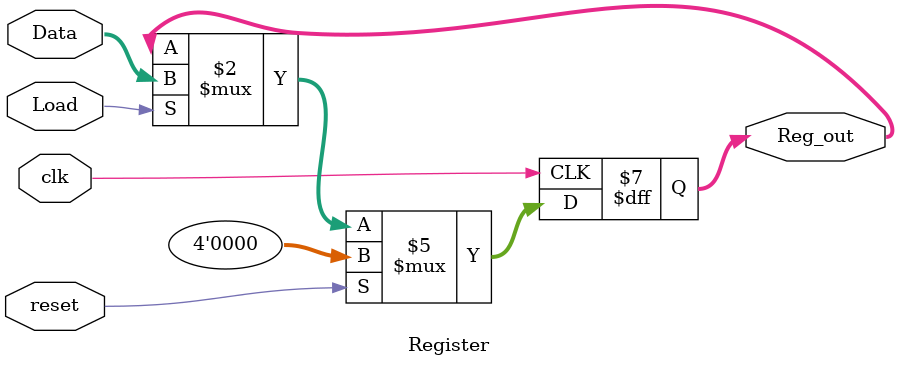
<source format=v>
module Register (output reg [3:0] Reg_out, input [3:0] Data, input Load, clk, reset);
	always @(posedge clk) begin
	
		if(reset) Reg_out = 4'b0;
		else begin
			if(Load) Reg_out <= Data ;
			end
	end
endmodule

</source>
